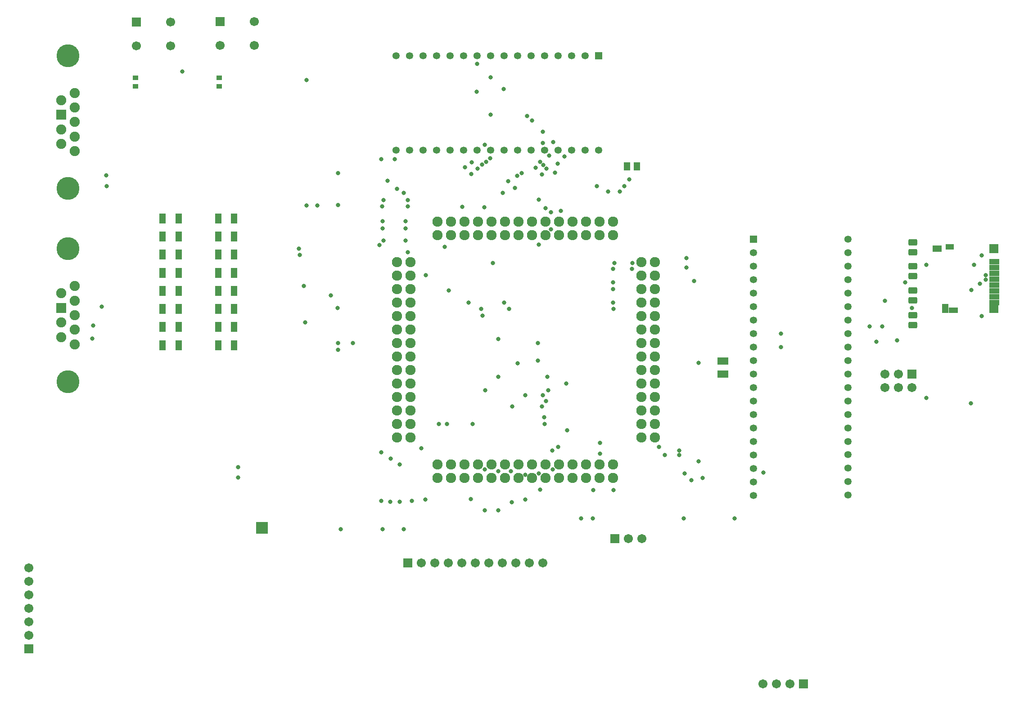
<source format=gbr>
G04*
G04 #@! TF.GenerationSoftware,Altium Limited,Altium Designer,22.4.2 (48)*
G04*
G04 Layer_Color=8388736*
%FSLAX25Y25*%
%MOIN*%
G70*
G04*
G04 #@! TF.SameCoordinates,08344E4B-EA76-4565-9D62-395010ACA534*
G04*
G04*
G04 #@! TF.FilePolarity,Negative*
G04*
G01*
G75*
%ADD28R,0.06902X0.04737*%
%ADD29R,0.06312X0.03950*%
%ADD30R,0.04737X0.06509*%
%ADD31R,0.06706X0.03950*%
%ADD32R,0.07690X0.03950*%
%ADD33R,0.06706X0.06706*%
%ADD34R,0.06706X0.05918*%
%ADD35R,0.05131X0.05918*%
%ADD36R,0.08674X0.08674*%
%ADD37R,0.04343X0.03556*%
%ADD38R,0.04619X0.07611*%
%ADD39R,0.04776X0.07611*%
G04:AMPARAMS|DCode=40|XSize=47.37mil|YSize=63.91mil|CornerRadius=8.92mil|HoleSize=0mil|Usage=FLASHONLY|Rotation=90.000|XOffset=0mil|YOffset=0mil|HoleType=Round|Shape=RoundedRectangle|*
%AMROUNDEDRECTD40*
21,1,0.04737,0.04606,0,0,90.0*
21,1,0.02953,0.06391,0,0,90.0*
1,1,0.01784,0.02303,0.01476*
1,1,0.01784,0.02303,-0.01476*
1,1,0.01784,-0.02303,-0.01476*
1,1,0.01784,-0.02303,0.01476*
%
%ADD40ROUNDEDRECTD40*%
%ADD41R,0.07965X0.05367*%
%ADD42C,0.05328*%
%ADD43R,0.05328X0.05328*%
%ADD44R,0.06737X0.06737*%
%ADD45C,0.06737*%
%ADD46R,0.06737X0.06737*%
%ADD47R,0.05328X0.05328*%
%ADD48C,0.06698*%
%ADD49R,0.06698X0.06698*%
%ADD50C,0.07524*%
%ADD51R,0.07524X0.07524*%
%ADD52C,0.17005*%
%ADD53C,0.07591*%
%ADD54C,0.03162*%
D28*
X695453Y357425D02*
D03*
D29*
X705000Y359000D02*
D03*
D30*
X701653Y313232D02*
D03*
D31*
X707559Y311953D02*
D03*
D32*
X737972Y347976D02*
D03*
Y343646D02*
D03*
Y339315D02*
D03*
Y334984D02*
D03*
Y330654D02*
D03*
Y326323D02*
D03*
Y321992D02*
D03*
Y317661D02*
D03*
D33*
X737480Y357622D02*
D03*
D34*
Y312937D02*
D03*
D35*
X465760Y418500D02*
D03*
X473240D02*
D03*
D36*
X195500Y150500D02*
D03*
D37*
X164000Y477850D02*
D03*
Y484150D02*
D03*
X102000Y477850D02*
D03*
Y484150D02*
D03*
D38*
X174827Y339657D02*
D03*
X163173D02*
D03*
X174827Y380000D02*
D03*
X163173D02*
D03*
X174827Y366500D02*
D03*
X163173D02*
D03*
X174827Y285972D02*
D03*
X163173D02*
D03*
X174827Y299394D02*
D03*
X163173D02*
D03*
X174827Y312815D02*
D03*
X163173D02*
D03*
X174827Y326232D02*
D03*
X163173D02*
D03*
X174827Y353075D02*
D03*
X163173D02*
D03*
D39*
X133945Y285972D02*
D03*
X122055D02*
D03*
X133945Y299393D02*
D03*
X122055D02*
D03*
X133945Y312815D02*
D03*
X122055D02*
D03*
X133945Y326232D02*
D03*
X122055D02*
D03*
X133945Y339657D02*
D03*
X122055D02*
D03*
X133945Y353075D02*
D03*
X122055D02*
D03*
X133945Y366500D02*
D03*
X122055D02*
D03*
X133945Y380000D02*
D03*
X122055D02*
D03*
D40*
X677500Y300819D02*
D03*
Y308181D02*
D03*
Y319319D02*
D03*
Y326681D02*
D03*
Y337319D02*
D03*
Y344681D02*
D03*
Y354819D02*
D03*
Y362181D02*
D03*
D41*
X537000Y264658D02*
D03*
Y274342D02*
D03*
D42*
X629500Y364500D02*
D03*
Y354500D02*
D03*
Y344500D02*
D03*
Y334500D02*
D03*
Y324500D02*
D03*
Y314500D02*
D03*
Y304500D02*
D03*
Y294500D02*
D03*
Y284500D02*
D03*
Y274500D02*
D03*
Y264500D02*
D03*
Y254500D02*
D03*
Y244500D02*
D03*
Y234500D02*
D03*
Y224500D02*
D03*
Y214500D02*
D03*
X559421Y254500D02*
D03*
Y264500D02*
D03*
Y274500D02*
D03*
Y284500D02*
D03*
Y294500D02*
D03*
Y304500D02*
D03*
Y314500D02*
D03*
Y324500D02*
D03*
Y334500D02*
D03*
Y344500D02*
D03*
Y354500D02*
D03*
Y244500D02*
D03*
Y234500D02*
D03*
Y224500D02*
D03*
Y214500D02*
D03*
Y204500D02*
D03*
Y194500D02*
D03*
Y184500D02*
D03*
Y174500D02*
D03*
X629421Y205000D02*
D03*
Y195000D02*
D03*
Y185000D02*
D03*
Y175000D02*
D03*
X435000Y500500D02*
D03*
X425000D02*
D03*
X415000D02*
D03*
X405000D02*
D03*
X395000D02*
D03*
X385000D02*
D03*
X375000D02*
D03*
X365000D02*
D03*
X355000D02*
D03*
X345000D02*
D03*
X335000D02*
D03*
X325000D02*
D03*
X315000D02*
D03*
X305000D02*
D03*
X295000D02*
D03*
Y430421D02*
D03*
X305000D02*
D03*
X315000D02*
D03*
X325000D02*
D03*
X335000D02*
D03*
X345000D02*
D03*
X355000D02*
D03*
X365000D02*
D03*
X375000D02*
D03*
X385000D02*
D03*
X395000D02*
D03*
X405000D02*
D03*
X415000D02*
D03*
X425000D02*
D03*
X435000D02*
D03*
X445000D02*
D03*
D43*
X559421Y364500D02*
D03*
D44*
X677000Y264500D02*
D03*
X596500Y35000D02*
D03*
X457000Y142500D02*
D03*
X303500Y124500D02*
D03*
D45*
X677000Y254500D02*
D03*
X667000D02*
D03*
X657000D02*
D03*
X667000Y264500D02*
D03*
X657000D02*
D03*
X566500Y35000D02*
D03*
X586500D02*
D03*
X576500D02*
D03*
X477000Y142500D02*
D03*
X467000D02*
D03*
X363500Y124500D02*
D03*
X373500D02*
D03*
X383500D02*
D03*
X393500D02*
D03*
X403500D02*
D03*
X353500D02*
D03*
X313500D02*
D03*
X323500D02*
D03*
X333500D02*
D03*
X343500D02*
D03*
X23000Y121000D02*
D03*
Y101000D02*
D03*
Y91000D02*
D03*
Y81000D02*
D03*
Y71000D02*
D03*
Y111000D02*
D03*
D46*
Y61000D02*
D03*
D47*
X445000Y500500D02*
D03*
D48*
X164409Y508284D02*
D03*
X190000D02*
D03*
Y526000D02*
D03*
X102409Y507784D02*
D03*
X128000D02*
D03*
Y525500D02*
D03*
D49*
X164409Y526000D02*
D03*
X102409Y525500D02*
D03*
D50*
X47000Y292000D02*
D03*
X57000Y297394D02*
D03*
X47000Y302787D02*
D03*
X57000Y308181D02*
D03*
Y318969D02*
D03*
X47000Y324362D02*
D03*
X57000Y329756D02*
D03*
Y286606D02*
D03*
X47000Y435213D02*
D03*
X57000Y440606D02*
D03*
X47000Y446000D02*
D03*
X57000Y451394D02*
D03*
Y462181D02*
D03*
X47000Y467575D02*
D03*
X57000Y472968D02*
D03*
Y429819D02*
D03*
D51*
X47000Y313575D02*
D03*
Y456787D02*
D03*
D52*
X52000Y357394D02*
D03*
Y258968D02*
D03*
Y500606D02*
D03*
Y402181D02*
D03*
D53*
X375500Y377500D02*
D03*
X385500D02*
D03*
X425500D02*
D03*
X395500D02*
D03*
X405500D02*
D03*
X415500D02*
D03*
X435500D02*
D03*
X445500D02*
D03*
X455500D02*
D03*
X375500Y367500D02*
D03*
X385500D02*
D03*
X425500D02*
D03*
X395500D02*
D03*
X445500D02*
D03*
X455500D02*
D03*
X325500Y377500D02*
D03*
X335500D02*
D03*
X345500D02*
D03*
X355500D02*
D03*
X365500D02*
D03*
X325500Y367500D02*
D03*
X335500D02*
D03*
X345500D02*
D03*
X355500D02*
D03*
X365500D02*
D03*
X405500D02*
D03*
X415500D02*
D03*
X435500D02*
D03*
X455500Y187500D02*
D03*
X445500D02*
D03*
X435500D02*
D03*
X425500D02*
D03*
X415500D02*
D03*
X405500D02*
D03*
X395500D02*
D03*
X385500D02*
D03*
X375500D02*
D03*
X365500D02*
D03*
X355500D02*
D03*
X345500D02*
D03*
X335500D02*
D03*
X325500D02*
D03*
X455500Y197500D02*
D03*
X445500D02*
D03*
X435500D02*
D03*
X425500D02*
D03*
X415500D02*
D03*
X405500D02*
D03*
X395500D02*
D03*
X385500D02*
D03*
X375500D02*
D03*
X365500D02*
D03*
X355500D02*
D03*
X345500D02*
D03*
X335500D02*
D03*
X325500D02*
D03*
X476500Y217500D02*
D03*
Y227500D02*
D03*
Y237500D02*
D03*
Y247500D02*
D03*
Y257500D02*
D03*
Y267500D02*
D03*
Y277500D02*
D03*
Y287500D02*
D03*
Y297500D02*
D03*
Y307500D02*
D03*
Y317500D02*
D03*
Y327500D02*
D03*
Y337500D02*
D03*
Y347500D02*
D03*
X486500Y217500D02*
D03*
Y227500D02*
D03*
Y237500D02*
D03*
Y247500D02*
D03*
Y257500D02*
D03*
Y267500D02*
D03*
Y277500D02*
D03*
Y287500D02*
D03*
Y297500D02*
D03*
Y307500D02*
D03*
Y317500D02*
D03*
Y327500D02*
D03*
Y337500D02*
D03*
Y347500D02*
D03*
X295500Y217500D02*
D03*
Y227500D02*
D03*
Y237500D02*
D03*
Y247500D02*
D03*
Y257500D02*
D03*
Y267500D02*
D03*
Y277500D02*
D03*
Y287500D02*
D03*
Y297500D02*
D03*
Y307500D02*
D03*
Y317500D02*
D03*
Y327500D02*
D03*
Y337500D02*
D03*
Y347500D02*
D03*
X305500Y217500D02*
D03*
Y227500D02*
D03*
Y237500D02*
D03*
Y247500D02*
D03*
Y257500D02*
D03*
Y267500D02*
D03*
Y277500D02*
D03*
Y287500D02*
D03*
Y297500D02*
D03*
Y307500D02*
D03*
Y317500D02*
D03*
Y327500D02*
D03*
Y337500D02*
D03*
Y347500D02*
D03*
D54*
X419500Y426000D02*
D03*
X391896Y455896D02*
D03*
X403646Y444146D02*
D03*
X411082Y436582D02*
D03*
X403500Y436000D02*
D03*
X355000Y494500D02*
D03*
X77000Y314500D02*
D03*
X317000Y338000D02*
D03*
X366500Y347000D02*
D03*
X456500D02*
D03*
X470000D02*
D03*
X515500Y333500D02*
D03*
X446000Y205500D02*
D03*
Y213500D02*
D03*
X489500Y210681D02*
D03*
X414955Y210469D02*
D03*
X513500Y186000D02*
D03*
X522000Y187500D02*
D03*
X519000Y200000D02*
D03*
Y273000D02*
D03*
X306500Y170500D02*
D03*
X313500Y209500D02*
D03*
X326500Y227500D02*
D03*
X332500D02*
D03*
X351500D02*
D03*
X405000D02*
D03*
X421500Y223000D02*
D03*
X350396Y171896D02*
D03*
X404500Y232500D02*
D03*
X380500Y169500D02*
D03*
X360500Y163500D02*
D03*
X370500D02*
D03*
X380000Y192500D02*
D03*
X381000Y240500D02*
D03*
X403000D02*
D03*
X316500Y171500D02*
D03*
X406000Y244500D02*
D03*
X370500Y192500D02*
D03*
Y262500D02*
D03*
X407000D02*
D03*
X411000Y194000D02*
D03*
X410500Y208000D02*
D03*
X421000Y257500D02*
D03*
X390500Y171500D02*
D03*
X390490Y189990D02*
D03*
X390500Y249000D02*
D03*
X403500D02*
D03*
X407500Y252500D02*
D03*
X360500Y194000D02*
D03*
X361000Y252500D02*
D03*
X508500Y191000D02*
D03*
X567000Y191500D02*
D03*
X401500Y179000D02*
D03*
X400500Y191000D02*
D03*
X400000Y274500D02*
D03*
Y287500D02*
D03*
X226500Y330000D02*
D03*
X385000Y272500D02*
D03*
X246500Y323000D02*
D03*
X370500Y290500D02*
D03*
X251500Y313500D02*
D03*
X359000Y308000D02*
D03*
X223500Y353000D02*
D03*
X334000Y326500D02*
D03*
X223000Y357500D02*
D03*
X282500Y360181D02*
D03*
X285500Y363500D02*
D03*
X303500Y355000D02*
D03*
X227500Y303000D02*
D03*
X252000Y287500D02*
D03*
X263000D02*
D03*
X252000Y282500D02*
D03*
X228500Y482500D02*
D03*
Y389500D02*
D03*
X136500Y489000D02*
D03*
X236500Y389500D02*
D03*
X254000Y149500D02*
D03*
X285000D02*
D03*
X300500D02*
D03*
X284000Y206500D02*
D03*
Y170500D02*
D03*
X290500Y170000D02*
D03*
X291000Y202000D02*
D03*
X297500Y170000D02*
D03*
Y197500D02*
D03*
X432000Y157500D02*
D03*
X440500D02*
D03*
X508000D02*
D03*
X545500D02*
D03*
X504500Y208000D02*
D03*
X494000Y204500D02*
D03*
X504500D02*
D03*
X252000Y413500D02*
D03*
X285500Y393500D02*
D03*
X303500D02*
D03*
X331000Y359000D02*
D03*
X455500Y332500D02*
D03*
X252000Y390000D02*
D03*
X455500Y327500D02*
D03*
X80500Y404000D02*
D03*
X302000Y363500D02*
D03*
X348500Y317500D02*
D03*
X375000D02*
D03*
X455500D02*
D03*
X285000Y372500D02*
D03*
X302000D02*
D03*
X358000Y313000D02*
D03*
X378500D02*
D03*
X456000D02*
D03*
X284000Y424000D02*
D03*
X294000D02*
D03*
X455500Y342500D02*
D03*
X469500D02*
D03*
X80250Y411750D02*
D03*
X285000Y378000D02*
D03*
X302000D02*
D03*
X284500Y389000D02*
D03*
X303500D02*
D03*
X178000Y195500D02*
D03*
Y188000D02*
D03*
X70500Y300500D02*
D03*
X70000Y291000D02*
D03*
X383000Y402500D02*
D03*
X378000Y407500D02*
D03*
X288500Y408000D02*
D03*
X384646Y411646D02*
D03*
X295500Y402000D02*
D03*
X406164Y416925D02*
D03*
X401679Y421932D02*
D03*
X403989Y419489D02*
D03*
X403000Y412500D02*
D03*
X398146Y417646D02*
D03*
X409500Y372000D02*
D03*
X400500Y360500D02*
D03*
X409500Y384500D02*
D03*
X405500Y387500D02*
D03*
X374000Y399000D02*
D03*
X300500D02*
D03*
X344000Y388500D02*
D03*
X350500Y413000D02*
D03*
X360104Y388104D02*
D03*
X346000Y418000D02*
D03*
X358500Y420000D02*
D03*
X361500Y422000D02*
D03*
X355319Y416766D02*
D03*
X351000Y421500D02*
D03*
X360500Y434500D02*
D03*
X364500Y424500D02*
D03*
X467500Y409000D02*
D03*
X443500Y404000D02*
D03*
X464000D02*
D03*
X452000Y400000D02*
D03*
X460500D02*
D03*
X510000Y350500D02*
D03*
Y343500D02*
D03*
X408396Y426396D02*
D03*
X400500Y394000D02*
D03*
X414500Y420500D02*
D03*
X412500Y414000D02*
D03*
X388000Y413500D02*
D03*
X354500Y474000D02*
D03*
X374500Y476000D02*
D03*
X365000Y457000D02*
D03*
Y484500D02*
D03*
X395500Y452500D02*
D03*
X417000Y385500D02*
D03*
X441000Y178500D02*
D03*
X456000D02*
D03*
X687500Y247000D02*
D03*
Y345500D02*
D03*
X731500Y334500D02*
D03*
Y338000D02*
D03*
X721000Y327000D02*
D03*
X728500Y307500D02*
D03*
X720500Y243000D02*
D03*
X672000Y332500D02*
D03*
X666000Y289500D02*
D03*
X580000Y294500D02*
D03*
X650500Y288500D02*
D03*
X580000Y284500D02*
D03*
X727381Y331500D02*
D03*
X728500Y352500D02*
D03*
X723000Y345500D02*
D03*
X677000Y313500D02*
D03*
X657000Y319000D02*
D03*
X655000Y300000D02*
D03*
X645500D02*
D03*
M02*

</source>
